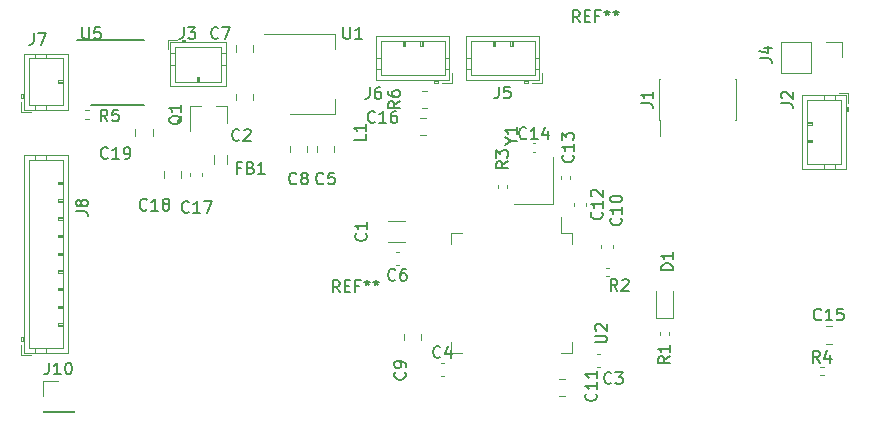
<source format=gbr>
G04 #@! TF.GenerationSoftware,KiCad,Pcbnew,(5.1.9)-1*
G04 #@! TF.CreationDate,2021-02-09T21:00:10+02:00*
G04 #@! TF.ProjectId,jantteri-main,6a616e74-7465-4726-992d-6d61696e2e6b,rev?*
G04 #@! TF.SameCoordinates,Original*
G04 #@! TF.FileFunction,Legend,Top*
G04 #@! TF.FilePolarity,Positive*
%FSLAX46Y46*%
G04 Gerber Fmt 4.6, Leading zero omitted, Abs format (unit mm)*
G04 Created by KiCad (PCBNEW (5.1.9)-1) date 2021-02-09 21:00:10*
%MOMM*%
%LPD*%
G01*
G04 APERTURE LIST*
%ADD10C,0.120000*%
%ADD11C,0.150000*%
G04 APERTURE END LIST*
D10*
X160619000Y-51835000D02*
X166629000Y-51835000D01*
X162869000Y-58655000D02*
X166629000Y-58655000D01*
X166629000Y-51835000D02*
X166629000Y-53095000D01*
X166629000Y-58655000D02*
X166629000Y-57395000D01*
X176500000Y-77947000D02*
X176500000Y-78897000D01*
X176500000Y-78897000D02*
X177450000Y-78897000D01*
X176500000Y-69627000D02*
X176500000Y-68677000D01*
X176500000Y-68677000D02*
X177450000Y-68677000D01*
X186720000Y-77947000D02*
X186720000Y-78897000D01*
X186720000Y-78897000D02*
X185770000Y-78897000D01*
X186720000Y-69627000D02*
X186720000Y-68677000D01*
X186720000Y-68677000D02*
X185770000Y-68677000D01*
X185770000Y-68677000D02*
X185770000Y-67337000D01*
X172591252Y-69490000D02*
X171168748Y-69490000D01*
X172591252Y-67670000D02*
X171168748Y-67670000D01*
X159739000Y-57477252D02*
X159739000Y-56954748D01*
X158269000Y-57477252D02*
X158269000Y-56954748D01*
X165127000Y-61333748D02*
X165127000Y-61856252D01*
X166597000Y-61333748D02*
X166597000Y-61856252D01*
X159739000Y-53347252D02*
X159739000Y-52824748D01*
X158269000Y-53347252D02*
X158269000Y-52824748D01*
X164311000Y-61333748D02*
X164311000Y-61856252D01*
X162841000Y-61333748D02*
X162841000Y-61856252D01*
X173963000Y-77274748D02*
X173963000Y-77797252D01*
X172493000Y-77274748D02*
X172493000Y-77797252D01*
X185600748Y-82523000D02*
X186123252Y-82523000D01*
X185600748Y-81053000D02*
X186123252Y-81053000D01*
X185822000Y-64115836D02*
X185822000Y-63900164D01*
X186542000Y-64115836D02*
X186542000Y-63900164D01*
X183407164Y-61828000D02*
X183622836Y-61828000D01*
X183407164Y-61108000D02*
X183622836Y-61108000D01*
X208206748Y-76608000D02*
X208729252Y-76608000D01*
X208206748Y-78078000D02*
X208729252Y-78078000D01*
X174378252Y-60425000D02*
X173855748Y-60425000D01*
X174378252Y-58955000D02*
X173855748Y-58955000D01*
X153643000Y-63492748D02*
X153643000Y-64015252D01*
X152173000Y-63492748D02*
X152173000Y-64015252D01*
X151230000Y-60459252D02*
X151230000Y-59936748D01*
X149760000Y-60459252D02*
X149760000Y-59936748D01*
X193829000Y-73622000D02*
X193829000Y-75907000D01*
X193829000Y-75907000D02*
X195299000Y-75907000D01*
X195299000Y-75907000D02*
X195299000Y-73622000D01*
X204410000Y-52518000D02*
X204410000Y-55178000D01*
X207010000Y-52518000D02*
X204410000Y-52518000D01*
X207010000Y-55178000D02*
X204410000Y-55178000D01*
X207010000Y-52518000D02*
X207010000Y-55178000D01*
X208280000Y-52518000D02*
X209610000Y-52518000D01*
X209610000Y-52518000D02*
X209610000Y-53848000D01*
X141926000Y-83880000D02*
X144586000Y-83880000D01*
X141926000Y-83820000D02*
X141926000Y-83880000D01*
X144586000Y-83820000D02*
X144586000Y-83880000D01*
X141926000Y-83820000D02*
X144586000Y-83820000D01*
X141926000Y-82550000D02*
X141926000Y-81220000D01*
X141926000Y-81220000D02*
X143256000Y-81220000D01*
X194184000Y-77369641D02*
X194184000Y-77062359D01*
X194944000Y-77369641D02*
X194944000Y-77062359D01*
X207745359Y-80771000D02*
X208052641Y-80771000D01*
X207745359Y-80011000D02*
X208052641Y-80011000D01*
X145515359Y-58294000D02*
X145822641Y-58294000D01*
X145515359Y-59054000D02*
X145822641Y-59054000D01*
X174471064Y-58139000D02*
X174016936Y-58139000D01*
X174471064Y-56669000D02*
X174016936Y-56669000D01*
D11*
X145986000Y-57909500D02*
X150486000Y-57909500D01*
X144861000Y-52359500D02*
X150486000Y-52359500D01*
D10*
X181865000Y-66262000D02*
X185165000Y-66262000D01*
X185165000Y-66262000D02*
X185165000Y-62262000D01*
X188835420Y-78992000D02*
X189116580Y-78992000D01*
X188835420Y-80012000D02*
X189116580Y-80012000D01*
X175627420Y-80774000D02*
X175908580Y-80774000D01*
X175627420Y-79754000D02*
X175908580Y-79754000D01*
X172098580Y-71376000D02*
X171817420Y-71376000D01*
X172098580Y-70356000D02*
X171817420Y-70356000D01*
X189228000Y-69709420D02*
X189228000Y-69990580D01*
X190248000Y-69709420D02*
X190248000Y-69990580D01*
X187962000Y-66153420D02*
X187962000Y-66434580D01*
X186942000Y-66153420D02*
X186942000Y-66434580D01*
X154430000Y-63613420D02*
X154430000Y-63894580D01*
X155450000Y-63613420D02*
X155450000Y-63894580D01*
X189584359Y-72389000D02*
X189891641Y-72389000D01*
X189584359Y-71629000D02*
X189891641Y-71629000D01*
X180468000Y-64923641D02*
X180468000Y-64616359D01*
X181228000Y-64923641D02*
X181228000Y-64616359D01*
X194123000Y-59169000D02*
X194123000Y-55639000D01*
X200593000Y-59169000D02*
X200593000Y-55639000D01*
X194188000Y-60494000D02*
X194188000Y-59169000D01*
X194123000Y-59169000D02*
X194188000Y-59169000D01*
X194123000Y-55639000D02*
X194188000Y-55639000D01*
X200528000Y-59169000D02*
X200593000Y-59169000D01*
X200528000Y-55639000D02*
X200593000Y-55639000D01*
X210144000Y-56864000D02*
X209344000Y-56864000D01*
X210144000Y-57664000D02*
X210144000Y-56864000D01*
X206624000Y-60924000D02*
X207024000Y-60924000D01*
X207024000Y-61024000D02*
X206624000Y-61024000D01*
X207024000Y-60824000D02*
X207024000Y-61024000D01*
X206624000Y-60824000D02*
X207024000Y-60824000D01*
X206624000Y-59424000D02*
X207024000Y-59424000D01*
X207024000Y-59524000D02*
X206624000Y-59524000D01*
X207024000Y-59324000D02*
X207024000Y-59524000D01*
X206624000Y-59324000D02*
X207024000Y-59324000D01*
X208034000Y-63284000D02*
X208034000Y-62884000D01*
X209034000Y-63284000D02*
X209034000Y-62884000D01*
X208034000Y-57064000D02*
X208034000Y-57464000D01*
X209034000Y-57064000D02*
X209034000Y-57464000D01*
X209544000Y-62884000D02*
X209544000Y-57464000D01*
X206624000Y-62884000D02*
X209544000Y-62884000D01*
X206624000Y-57464000D02*
X206624000Y-62884000D01*
X209544000Y-57464000D02*
X206624000Y-57464000D01*
X210044000Y-58374000D02*
X210044000Y-58074000D01*
X210144000Y-58074000D02*
X209944000Y-58074000D01*
X210144000Y-58374000D02*
X210144000Y-58074000D01*
X209944000Y-58374000D02*
X210144000Y-58374000D01*
X209944000Y-63284000D02*
X209944000Y-57064000D01*
X206224000Y-63284000D02*
X209944000Y-63284000D01*
X206224000Y-57064000D02*
X206224000Y-63284000D01*
X209944000Y-57064000D02*
X206224000Y-57064000D01*
X152495000Y-52365000D02*
X152495000Y-53165000D01*
X153295000Y-52365000D02*
X152495000Y-52365000D01*
X155055000Y-55885000D02*
X155055000Y-55485000D01*
X155155000Y-55485000D02*
X155155000Y-55885000D01*
X154955000Y-55485000D02*
X155155000Y-55485000D01*
X154955000Y-55885000D02*
X154955000Y-55485000D01*
X157415000Y-54475000D02*
X157015000Y-54475000D01*
X157415000Y-53475000D02*
X157015000Y-53475000D01*
X152695000Y-54475000D02*
X153095000Y-54475000D01*
X152695000Y-53475000D02*
X153095000Y-53475000D01*
X157015000Y-52965000D02*
X153095000Y-52965000D01*
X157015000Y-55885000D02*
X157015000Y-52965000D01*
X153095000Y-55885000D02*
X157015000Y-55885000D01*
X153095000Y-52965000D02*
X153095000Y-55885000D01*
X154005000Y-52465000D02*
X153705000Y-52465000D01*
X153705000Y-52365000D02*
X153705000Y-52565000D01*
X154005000Y-52365000D02*
X153705000Y-52365000D01*
X154005000Y-52565000D02*
X154005000Y-52365000D01*
X157415000Y-52565000D02*
X152695000Y-52565000D01*
X157415000Y-56285000D02*
X157415000Y-52565000D01*
X152695000Y-56285000D02*
X157415000Y-56285000D01*
X152695000Y-52565000D02*
X152695000Y-56285000D01*
X183982000Y-55766000D02*
X183982000Y-52046000D01*
X183982000Y-52046000D02*
X177762000Y-52046000D01*
X177762000Y-52046000D02*
X177762000Y-55766000D01*
X177762000Y-55766000D02*
X183982000Y-55766000D01*
X182672000Y-55766000D02*
X182672000Y-55966000D01*
X182672000Y-55966000D02*
X182972000Y-55966000D01*
X182972000Y-55966000D02*
X182972000Y-55766000D01*
X182672000Y-55866000D02*
X182972000Y-55866000D01*
X183582000Y-55366000D02*
X183582000Y-52446000D01*
X183582000Y-52446000D02*
X178162000Y-52446000D01*
X178162000Y-52446000D02*
X178162000Y-55366000D01*
X178162000Y-55366000D02*
X183582000Y-55366000D01*
X183982000Y-54856000D02*
X183582000Y-54856000D01*
X183982000Y-53856000D02*
X183582000Y-53856000D01*
X177762000Y-54856000D02*
X178162000Y-54856000D01*
X177762000Y-53856000D02*
X178162000Y-53856000D01*
X181722000Y-52446000D02*
X181722000Y-52846000D01*
X181722000Y-52846000D02*
X181522000Y-52846000D01*
X181522000Y-52846000D02*
X181522000Y-52446000D01*
X181622000Y-52446000D02*
X181622000Y-52846000D01*
X180222000Y-52446000D02*
X180222000Y-52846000D01*
X180222000Y-52846000D02*
X180022000Y-52846000D01*
X180022000Y-52846000D02*
X180022000Y-52446000D01*
X180122000Y-52446000D02*
X180122000Y-52846000D01*
X183382000Y-55966000D02*
X184182000Y-55966000D01*
X184182000Y-55966000D02*
X184182000Y-55166000D01*
X176362000Y-55766000D02*
X176362000Y-52046000D01*
X176362000Y-52046000D02*
X170142000Y-52046000D01*
X170142000Y-52046000D02*
X170142000Y-55766000D01*
X170142000Y-55766000D02*
X176362000Y-55766000D01*
X175052000Y-55766000D02*
X175052000Y-55966000D01*
X175052000Y-55966000D02*
X175352000Y-55966000D01*
X175352000Y-55966000D02*
X175352000Y-55766000D01*
X175052000Y-55866000D02*
X175352000Y-55866000D01*
X175962000Y-55366000D02*
X175962000Y-52446000D01*
X175962000Y-52446000D02*
X170542000Y-52446000D01*
X170542000Y-52446000D02*
X170542000Y-55366000D01*
X170542000Y-55366000D02*
X175962000Y-55366000D01*
X176362000Y-54856000D02*
X175962000Y-54856000D01*
X176362000Y-53856000D02*
X175962000Y-53856000D01*
X170142000Y-54856000D02*
X170542000Y-54856000D01*
X170142000Y-53856000D02*
X170542000Y-53856000D01*
X174102000Y-52446000D02*
X174102000Y-52846000D01*
X174102000Y-52846000D02*
X173902000Y-52846000D01*
X173902000Y-52846000D02*
X173902000Y-52446000D01*
X174002000Y-52446000D02*
X174002000Y-52846000D01*
X172602000Y-52446000D02*
X172602000Y-52846000D01*
X172602000Y-52846000D02*
X172402000Y-52846000D01*
X172402000Y-52846000D02*
X172402000Y-52446000D01*
X172502000Y-52446000D02*
X172502000Y-52846000D01*
X175762000Y-55966000D02*
X176562000Y-55966000D01*
X176562000Y-55966000D02*
X176562000Y-55166000D01*
X140322000Y-58252000D02*
X144042000Y-58252000D01*
X144042000Y-58252000D02*
X144042000Y-53532000D01*
X144042000Y-53532000D02*
X140322000Y-53532000D01*
X140322000Y-53532000D02*
X140322000Y-58252000D01*
X140322000Y-56942000D02*
X140122000Y-56942000D01*
X140122000Y-56942000D02*
X140122000Y-57242000D01*
X140122000Y-57242000D02*
X140322000Y-57242000D01*
X140222000Y-56942000D02*
X140222000Y-57242000D01*
X140722000Y-57852000D02*
X143642000Y-57852000D01*
X143642000Y-57852000D02*
X143642000Y-53932000D01*
X143642000Y-53932000D02*
X140722000Y-53932000D01*
X140722000Y-53932000D02*
X140722000Y-57852000D01*
X141232000Y-58252000D02*
X141232000Y-57852000D01*
X142232000Y-58252000D02*
X142232000Y-57852000D01*
X141232000Y-53532000D02*
X141232000Y-53932000D01*
X142232000Y-53532000D02*
X142232000Y-53932000D01*
X143642000Y-55992000D02*
X143242000Y-55992000D01*
X143242000Y-55992000D02*
X143242000Y-55792000D01*
X143242000Y-55792000D02*
X143642000Y-55792000D01*
X143642000Y-55892000D02*
X143242000Y-55892000D01*
X140122000Y-57652000D02*
X140122000Y-58452000D01*
X140122000Y-58452000D02*
X140922000Y-58452000D01*
X140322000Y-78826000D02*
X144042000Y-78826000D01*
X144042000Y-78826000D02*
X144042000Y-62106000D01*
X144042000Y-62106000D02*
X140322000Y-62106000D01*
X140322000Y-62106000D02*
X140322000Y-78826000D01*
X140322000Y-77516000D02*
X140122000Y-77516000D01*
X140122000Y-77516000D02*
X140122000Y-77816000D01*
X140122000Y-77816000D02*
X140322000Y-77816000D01*
X140222000Y-77516000D02*
X140222000Y-77816000D01*
X140722000Y-78426000D02*
X143642000Y-78426000D01*
X143642000Y-78426000D02*
X143642000Y-62506000D01*
X143642000Y-62506000D02*
X140722000Y-62506000D01*
X140722000Y-62506000D02*
X140722000Y-78426000D01*
X141232000Y-78826000D02*
X141232000Y-78426000D01*
X142232000Y-78826000D02*
X142232000Y-78426000D01*
X141232000Y-62106000D02*
X141232000Y-62506000D01*
X142232000Y-62106000D02*
X142232000Y-62506000D01*
X143642000Y-76566000D02*
X143242000Y-76566000D01*
X143242000Y-76566000D02*
X143242000Y-76366000D01*
X143242000Y-76366000D02*
X143642000Y-76366000D01*
X143642000Y-76466000D02*
X143242000Y-76466000D01*
X143642000Y-75066000D02*
X143242000Y-75066000D01*
X143242000Y-75066000D02*
X143242000Y-74866000D01*
X143242000Y-74866000D02*
X143642000Y-74866000D01*
X143642000Y-74966000D02*
X143242000Y-74966000D01*
X143642000Y-73566000D02*
X143242000Y-73566000D01*
X143242000Y-73566000D02*
X143242000Y-73366000D01*
X143242000Y-73366000D02*
X143642000Y-73366000D01*
X143642000Y-73466000D02*
X143242000Y-73466000D01*
X143642000Y-72066000D02*
X143242000Y-72066000D01*
X143242000Y-72066000D02*
X143242000Y-71866000D01*
X143242000Y-71866000D02*
X143642000Y-71866000D01*
X143642000Y-71966000D02*
X143242000Y-71966000D01*
X143642000Y-70566000D02*
X143242000Y-70566000D01*
X143242000Y-70566000D02*
X143242000Y-70366000D01*
X143242000Y-70366000D02*
X143642000Y-70366000D01*
X143642000Y-70466000D02*
X143242000Y-70466000D01*
X143642000Y-69066000D02*
X143242000Y-69066000D01*
X143242000Y-69066000D02*
X143242000Y-68866000D01*
X143242000Y-68866000D02*
X143642000Y-68866000D01*
X143642000Y-68966000D02*
X143242000Y-68966000D01*
X143642000Y-67566000D02*
X143242000Y-67566000D01*
X143242000Y-67566000D02*
X143242000Y-67366000D01*
X143242000Y-67366000D02*
X143642000Y-67366000D01*
X143642000Y-67466000D02*
X143242000Y-67466000D01*
X143642000Y-66066000D02*
X143242000Y-66066000D01*
X143242000Y-66066000D02*
X143242000Y-65866000D01*
X143242000Y-65866000D02*
X143642000Y-65866000D01*
X143642000Y-65966000D02*
X143242000Y-65966000D01*
X143642000Y-64566000D02*
X143242000Y-64566000D01*
X143242000Y-64566000D02*
X143242000Y-64366000D01*
X143242000Y-64366000D02*
X143642000Y-64366000D01*
X143642000Y-64466000D02*
X143242000Y-64466000D01*
X140122000Y-78226000D02*
X140122000Y-79026000D01*
X140122000Y-79026000D02*
X140922000Y-79026000D01*
X157532000Y-62883622D02*
X157532000Y-62084378D01*
X156412000Y-62883622D02*
X156412000Y-62084378D01*
X157536000Y-57914000D02*
X157536000Y-59374000D01*
X154376000Y-57914000D02*
X154376000Y-60074000D01*
X154376000Y-57914000D02*
X155306000Y-57914000D01*
X157536000Y-57914000D02*
X156606000Y-57914000D01*
D11*
X167068666Y-73722380D02*
X166735333Y-73246190D01*
X166497238Y-73722380D02*
X166497238Y-72722380D01*
X166878190Y-72722380D01*
X166973428Y-72770000D01*
X167021047Y-72817619D01*
X167068666Y-72912857D01*
X167068666Y-73055714D01*
X167021047Y-73150952D01*
X166973428Y-73198571D01*
X166878190Y-73246190D01*
X166497238Y-73246190D01*
X167497238Y-73198571D02*
X167830571Y-73198571D01*
X167973428Y-73722380D02*
X167497238Y-73722380D01*
X167497238Y-72722380D01*
X167973428Y-72722380D01*
X168735333Y-73198571D02*
X168402000Y-73198571D01*
X168402000Y-73722380D02*
X168402000Y-72722380D01*
X168878190Y-72722380D01*
X169402000Y-72722380D02*
X169402000Y-72960476D01*
X169163904Y-72865238D02*
X169402000Y-72960476D01*
X169640095Y-72865238D01*
X169259142Y-73150952D02*
X169402000Y-72960476D01*
X169544857Y-73150952D01*
X170163904Y-72722380D02*
X170163904Y-72960476D01*
X169925809Y-72865238D02*
X170163904Y-72960476D01*
X170402000Y-72865238D01*
X170021047Y-73150952D02*
X170163904Y-72960476D01*
X170306761Y-73150952D01*
X187388666Y-50862380D02*
X187055333Y-50386190D01*
X186817238Y-50862380D02*
X186817238Y-49862380D01*
X187198190Y-49862380D01*
X187293428Y-49910000D01*
X187341047Y-49957619D01*
X187388666Y-50052857D01*
X187388666Y-50195714D01*
X187341047Y-50290952D01*
X187293428Y-50338571D01*
X187198190Y-50386190D01*
X186817238Y-50386190D01*
X187817238Y-50338571D02*
X188150571Y-50338571D01*
X188293428Y-50862380D02*
X187817238Y-50862380D01*
X187817238Y-49862380D01*
X188293428Y-49862380D01*
X189055333Y-50338571D02*
X188722000Y-50338571D01*
X188722000Y-50862380D02*
X188722000Y-49862380D01*
X189198190Y-49862380D01*
X189722000Y-49862380D02*
X189722000Y-50100476D01*
X189483904Y-50005238D02*
X189722000Y-50100476D01*
X189960095Y-50005238D01*
X189579142Y-50290952D02*
X189722000Y-50100476D01*
X189864857Y-50290952D01*
X190483904Y-49862380D02*
X190483904Y-50100476D01*
X190245809Y-50005238D02*
X190483904Y-50100476D01*
X190722000Y-50005238D01*
X190341047Y-50290952D02*
X190483904Y-50100476D01*
X190626761Y-50290952D01*
X167386095Y-51268380D02*
X167386095Y-52077904D01*
X167433714Y-52173142D01*
X167481333Y-52220761D01*
X167576571Y-52268380D01*
X167767047Y-52268380D01*
X167862285Y-52220761D01*
X167909904Y-52173142D01*
X167957523Y-52077904D01*
X167957523Y-51268380D01*
X168957523Y-52268380D02*
X168386095Y-52268380D01*
X168671809Y-52268380D02*
X168671809Y-51268380D01*
X168576571Y-51411238D01*
X168481333Y-51506476D01*
X168386095Y-51554095D01*
X188682380Y-77977904D02*
X189491904Y-77977904D01*
X189587142Y-77930285D01*
X189634761Y-77882666D01*
X189682380Y-77787428D01*
X189682380Y-77596952D01*
X189634761Y-77501714D01*
X189587142Y-77454095D01*
X189491904Y-77406476D01*
X188682380Y-77406476D01*
X188777619Y-76977904D02*
X188730000Y-76930285D01*
X188682380Y-76835047D01*
X188682380Y-76596952D01*
X188730000Y-76501714D01*
X188777619Y-76454095D01*
X188872857Y-76406476D01*
X188968095Y-76406476D01*
X189110952Y-76454095D01*
X189682380Y-77025523D01*
X189682380Y-76406476D01*
X169267142Y-68746666D02*
X169314761Y-68794285D01*
X169362380Y-68937142D01*
X169362380Y-69032380D01*
X169314761Y-69175238D01*
X169219523Y-69270476D01*
X169124285Y-69318095D01*
X168933809Y-69365714D01*
X168790952Y-69365714D01*
X168600476Y-69318095D01*
X168505238Y-69270476D01*
X168410000Y-69175238D01*
X168362380Y-69032380D01*
X168362380Y-68937142D01*
X168410000Y-68794285D01*
X168457619Y-68746666D01*
X169362380Y-67794285D02*
X169362380Y-68365714D01*
X169362380Y-68080000D02*
X168362380Y-68080000D01*
X168505238Y-68175238D01*
X168600476Y-68270476D01*
X168648095Y-68365714D01*
X158583333Y-60809142D02*
X158535714Y-60856761D01*
X158392857Y-60904380D01*
X158297619Y-60904380D01*
X158154761Y-60856761D01*
X158059523Y-60761523D01*
X158011904Y-60666285D01*
X157964285Y-60475809D01*
X157964285Y-60332952D01*
X158011904Y-60142476D01*
X158059523Y-60047238D01*
X158154761Y-59952000D01*
X158297619Y-59904380D01*
X158392857Y-59904380D01*
X158535714Y-59952000D01*
X158583333Y-59999619D01*
X158964285Y-59999619D02*
X159011904Y-59952000D01*
X159107142Y-59904380D01*
X159345238Y-59904380D01*
X159440476Y-59952000D01*
X159488095Y-59999619D01*
X159535714Y-60094857D01*
X159535714Y-60190095D01*
X159488095Y-60332952D01*
X158916666Y-60904380D01*
X159535714Y-60904380D01*
X165695333Y-64492142D02*
X165647714Y-64539761D01*
X165504857Y-64587380D01*
X165409619Y-64587380D01*
X165266761Y-64539761D01*
X165171523Y-64444523D01*
X165123904Y-64349285D01*
X165076285Y-64158809D01*
X165076285Y-64015952D01*
X165123904Y-63825476D01*
X165171523Y-63730238D01*
X165266761Y-63635000D01*
X165409619Y-63587380D01*
X165504857Y-63587380D01*
X165647714Y-63635000D01*
X165695333Y-63682619D01*
X166600095Y-63587380D02*
X166123904Y-63587380D01*
X166076285Y-64063571D01*
X166123904Y-64015952D01*
X166219142Y-63968333D01*
X166457238Y-63968333D01*
X166552476Y-64015952D01*
X166600095Y-64063571D01*
X166647714Y-64158809D01*
X166647714Y-64396904D01*
X166600095Y-64492142D01*
X166552476Y-64539761D01*
X166457238Y-64587380D01*
X166219142Y-64587380D01*
X166123904Y-64539761D01*
X166076285Y-64492142D01*
X156805333Y-52173142D02*
X156757714Y-52220761D01*
X156614857Y-52268380D01*
X156519619Y-52268380D01*
X156376761Y-52220761D01*
X156281523Y-52125523D01*
X156233904Y-52030285D01*
X156186285Y-51839809D01*
X156186285Y-51696952D01*
X156233904Y-51506476D01*
X156281523Y-51411238D01*
X156376761Y-51316000D01*
X156519619Y-51268380D01*
X156614857Y-51268380D01*
X156757714Y-51316000D01*
X156805333Y-51363619D01*
X157138666Y-51268380D02*
X157805333Y-51268380D01*
X157376761Y-52268380D01*
X163409333Y-64492142D02*
X163361714Y-64539761D01*
X163218857Y-64587380D01*
X163123619Y-64587380D01*
X162980761Y-64539761D01*
X162885523Y-64444523D01*
X162837904Y-64349285D01*
X162790285Y-64158809D01*
X162790285Y-64015952D01*
X162837904Y-63825476D01*
X162885523Y-63730238D01*
X162980761Y-63635000D01*
X163123619Y-63587380D01*
X163218857Y-63587380D01*
X163361714Y-63635000D01*
X163409333Y-63682619D01*
X163980761Y-64015952D02*
X163885523Y-63968333D01*
X163837904Y-63920714D01*
X163790285Y-63825476D01*
X163790285Y-63777857D01*
X163837904Y-63682619D01*
X163885523Y-63635000D01*
X163980761Y-63587380D01*
X164171238Y-63587380D01*
X164266476Y-63635000D01*
X164314095Y-63682619D01*
X164361714Y-63777857D01*
X164361714Y-63825476D01*
X164314095Y-63920714D01*
X164266476Y-63968333D01*
X164171238Y-64015952D01*
X163980761Y-64015952D01*
X163885523Y-64063571D01*
X163837904Y-64111190D01*
X163790285Y-64206428D01*
X163790285Y-64396904D01*
X163837904Y-64492142D01*
X163885523Y-64539761D01*
X163980761Y-64587380D01*
X164171238Y-64587380D01*
X164266476Y-64539761D01*
X164314095Y-64492142D01*
X164361714Y-64396904D01*
X164361714Y-64206428D01*
X164314095Y-64111190D01*
X164266476Y-64063571D01*
X164171238Y-64015952D01*
X172569142Y-80496666D02*
X172616761Y-80544285D01*
X172664380Y-80687142D01*
X172664380Y-80782380D01*
X172616761Y-80925238D01*
X172521523Y-81020476D01*
X172426285Y-81068095D01*
X172235809Y-81115714D01*
X172092952Y-81115714D01*
X171902476Y-81068095D01*
X171807238Y-81020476D01*
X171712000Y-80925238D01*
X171664380Y-80782380D01*
X171664380Y-80687142D01*
X171712000Y-80544285D01*
X171759619Y-80496666D01*
X172664380Y-80020476D02*
X172664380Y-79830000D01*
X172616761Y-79734761D01*
X172569142Y-79687142D01*
X172426285Y-79591904D01*
X172235809Y-79544285D01*
X171854857Y-79544285D01*
X171759619Y-79591904D01*
X171712000Y-79639523D01*
X171664380Y-79734761D01*
X171664380Y-79925238D01*
X171712000Y-80020476D01*
X171759619Y-80068095D01*
X171854857Y-80115714D01*
X172092952Y-80115714D01*
X172188190Y-80068095D01*
X172235809Y-80020476D01*
X172283428Y-79925238D01*
X172283428Y-79734761D01*
X172235809Y-79639523D01*
X172188190Y-79591904D01*
X172092952Y-79544285D01*
X188759142Y-82303857D02*
X188806761Y-82351476D01*
X188854380Y-82494333D01*
X188854380Y-82589571D01*
X188806761Y-82732428D01*
X188711523Y-82827666D01*
X188616285Y-82875285D01*
X188425809Y-82922904D01*
X188282952Y-82922904D01*
X188092476Y-82875285D01*
X187997238Y-82827666D01*
X187902000Y-82732428D01*
X187854380Y-82589571D01*
X187854380Y-82494333D01*
X187902000Y-82351476D01*
X187949619Y-82303857D01*
X188854380Y-81351476D02*
X188854380Y-81922904D01*
X188854380Y-81637190D02*
X187854380Y-81637190D01*
X187997238Y-81732428D01*
X188092476Y-81827666D01*
X188140095Y-81922904D01*
X188854380Y-80399095D02*
X188854380Y-80970523D01*
X188854380Y-80684809D02*
X187854380Y-80684809D01*
X187997238Y-80780047D01*
X188092476Y-80875285D01*
X188140095Y-80970523D01*
X186793142Y-62110857D02*
X186840761Y-62158476D01*
X186888380Y-62301333D01*
X186888380Y-62396571D01*
X186840761Y-62539428D01*
X186745523Y-62634666D01*
X186650285Y-62682285D01*
X186459809Y-62729904D01*
X186316952Y-62729904D01*
X186126476Y-62682285D01*
X186031238Y-62634666D01*
X185936000Y-62539428D01*
X185888380Y-62396571D01*
X185888380Y-62301333D01*
X185936000Y-62158476D01*
X185983619Y-62110857D01*
X186888380Y-61158476D02*
X186888380Y-61729904D01*
X186888380Y-61444190D02*
X185888380Y-61444190D01*
X186031238Y-61539428D01*
X186126476Y-61634666D01*
X186174095Y-61729904D01*
X185888380Y-60825142D02*
X185888380Y-60206095D01*
X186269333Y-60539428D01*
X186269333Y-60396571D01*
X186316952Y-60301333D01*
X186364571Y-60253714D01*
X186459809Y-60206095D01*
X186697904Y-60206095D01*
X186793142Y-60253714D01*
X186840761Y-60301333D01*
X186888380Y-60396571D01*
X186888380Y-60682285D01*
X186840761Y-60777523D01*
X186793142Y-60825142D01*
X182872142Y-60665142D02*
X182824523Y-60712761D01*
X182681666Y-60760380D01*
X182586428Y-60760380D01*
X182443571Y-60712761D01*
X182348333Y-60617523D01*
X182300714Y-60522285D01*
X182253095Y-60331809D01*
X182253095Y-60188952D01*
X182300714Y-59998476D01*
X182348333Y-59903238D01*
X182443571Y-59808000D01*
X182586428Y-59760380D01*
X182681666Y-59760380D01*
X182824523Y-59808000D01*
X182872142Y-59855619D01*
X183824523Y-60760380D02*
X183253095Y-60760380D01*
X183538809Y-60760380D02*
X183538809Y-59760380D01*
X183443571Y-59903238D01*
X183348333Y-59998476D01*
X183253095Y-60046095D01*
X184681666Y-60093714D02*
X184681666Y-60760380D01*
X184443571Y-59712761D02*
X184205476Y-60427047D01*
X184824523Y-60427047D01*
X207825142Y-76020142D02*
X207777523Y-76067761D01*
X207634666Y-76115380D01*
X207539428Y-76115380D01*
X207396571Y-76067761D01*
X207301333Y-75972523D01*
X207253714Y-75877285D01*
X207206095Y-75686809D01*
X207206095Y-75543952D01*
X207253714Y-75353476D01*
X207301333Y-75258238D01*
X207396571Y-75163000D01*
X207539428Y-75115380D01*
X207634666Y-75115380D01*
X207777523Y-75163000D01*
X207825142Y-75210619D01*
X208777523Y-76115380D02*
X208206095Y-76115380D01*
X208491809Y-76115380D02*
X208491809Y-75115380D01*
X208396571Y-75258238D01*
X208301333Y-75353476D01*
X208206095Y-75401095D01*
X209682285Y-75115380D02*
X209206095Y-75115380D01*
X209158476Y-75591571D01*
X209206095Y-75543952D01*
X209301333Y-75496333D01*
X209539428Y-75496333D01*
X209634666Y-75543952D01*
X209682285Y-75591571D01*
X209729904Y-75686809D01*
X209729904Y-75924904D01*
X209682285Y-76020142D01*
X209634666Y-76067761D01*
X209539428Y-76115380D01*
X209301333Y-76115380D01*
X209206095Y-76067761D01*
X209158476Y-76020142D01*
X170045142Y-59285142D02*
X169997523Y-59332761D01*
X169854666Y-59380380D01*
X169759428Y-59380380D01*
X169616571Y-59332761D01*
X169521333Y-59237523D01*
X169473714Y-59142285D01*
X169426095Y-58951809D01*
X169426095Y-58808952D01*
X169473714Y-58618476D01*
X169521333Y-58523238D01*
X169616571Y-58428000D01*
X169759428Y-58380380D01*
X169854666Y-58380380D01*
X169997523Y-58428000D01*
X170045142Y-58475619D01*
X170997523Y-59380380D02*
X170426095Y-59380380D01*
X170711809Y-59380380D02*
X170711809Y-58380380D01*
X170616571Y-58523238D01*
X170521333Y-58618476D01*
X170426095Y-58666095D01*
X171854666Y-58380380D02*
X171664190Y-58380380D01*
X171568952Y-58428000D01*
X171521333Y-58475619D01*
X171426095Y-58618476D01*
X171378476Y-58808952D01*
X171378476Y-59189904D01*
X171426095Y-59285142D01*
X171473714Y-59332761D01*
X171568952Y-59380380D01*
X171759428Y-59380380D01*
X171854666Y-59332761D01*
X171902285Y-59285142D01*
X171949904Y-59189904D01*
X171949904Y-58951809D01*
X171902285Y-58856571D01*
X171854666Y-58808952D01*
X171759428Y-58761333D01*
X171568952Y-58761333D01*
X171473714Y-58808952D01*
X171426095Y-58856571D01*
X171378476Y-58951809D01*
X150741142Y-66717142D02*
X150693523Y-66764761D01*
X150550666Y-66812380D01*
X150455428Y-66812380D01*
X150312571Y-66764761D01*
X150217333Y-66669523D01*
X150169714Y-66574285D01*
X150122095Y-66383809D01*
X150122095Y-66240952D01*
X150169714Y-66050476D01*
X150217333Y-65955238D01*
X150312571Y-65860000D01*
X150455428Y-65812380D01*
X150550666Y-65812380D01*
X150693523Y-65860000D01*
X150741142Y-65907619D01*
X151693523Y-66812380D02*
X151122095Y-66812380D01*
X151407809Y-66812380D02*
X151407809Y-65812380D01*
X151312571Y-65955238D01*
X151217333Y-66050476D01*
X151122095Y-66098095D01*
X152264952Y-66240952D02*
X152169714Y-66193333D01*
X152122095Y-66145714D01*
X152074476Y-66050476D01*
X152074476Y-66002857D01*
X152122095Y-65907619D01*
X152169714Y-65860000D01*
X152264952Y-65812380D01*
X152455428Y-65812380D01*
X152550666Y-65860000D01*
X152598285Y-65907619D01*
X152645904Y-66002857D01*
X152645904Y-66050476D01*
X152598285Y-66145714D01*
X152550666Y-66193333D01*
X152455428Y-66240952D01*
X152264952Y-66240952D01*
X152169714Y-66288571D01*
X152122095Y-66336190D01*
X152074476Y-66431428D01*
X152074476Y-66621904D01*
X152122095Y-66717142D01*
X152169714Y-66764761D01*
X152264952Y-66812380D01*
X152455428Y-66812380D01*
X152550666Y-66764761D01*
X152598285Y-66717142D01*
X152645904Y-66621904D01*
X152645904Y-66431428D01*
X152598285Y-66336190D01*
X152550666Y-66288571D01*
X152455428Y-66240952D01*
X147439142Y-62333142D02*
X147391523Y-62380761D01*
X147248666Y-62428380D01*
X147153428Y-62428380D01*
X147010571Y-62380761D01*
X146915333Y-62285523D01*
X146867714Y-62190285D01*
X146820095Y-61999809D01*
X146820095Y-61856952D01*
X146867714Y-61666476D01*
X146915333Y-61571238D01*
X147010571Y-61476000D01*
X147153428Y-61428380D01*
X147248666Y-61428380D01*
X147391523Y-61476000D01*
X147439142Y-61523619D01*
X148391523Y-62428380D02*
X147820095Y-62428380D01*
X148105809Y-62428380D02*
X148105809Y-61428380D01*
X148010571Y-61571238D01*
X147915333Y-61666476D01*
X147820095Y-61714095D01*
X148867714Y-62428380D02*
X149058190Y-62428380D01*
X149153428Y-62380761D01*
X149201047Y-62333142D01*
X149296285Y-62190285D01*
X149343904Y-61999809D01*
X149343904Y-61618857D01*
X149296285Y-61523619D01*
X149248666Y-61476000D01*
X149153428Y-61428380D01*
X148962952Y-61428380D01*
X148867714Y-61476000D01*
X148820095Y-61523619D01*
X148772476Y-61618857D01*
X148772476Y-61856952D01*
X148820095Y-61952190D01*
X148867714Y-61999809D01*
X148962952Y-62047428D01*
X149153428Y-62047428D01*
X149248666Y-61999809D01*
X149296285Y-61952190D01*
X149343904Y-61856952D01*
X195270380Y-71858095D02*
X194270380Y-71858095D01*
X194270380Y-71620000D01*
X194318000Y-71477142D01*
X194413238Y-71381904D01*
X194508476Y-71334285D01*
X194698952Y-71286666D01*
X194841809Y-71286666D01*
X195032285Y-71334285D01*
X195127523Y-71381904D01*
X195222761Y-71477142D01*
X195270380Y-71620000D01*
X195270380Y-71858095D01*
X195270380Y-70334285D02*
X195270380Y-70905714D01*
X195270380Y-70620000D02*
X194270380Y-70620000D01*
X194413238Y-70715238D01*
X194508476Y-70810476D01*
X194556095Y-70905714D01*
X202652380Y-53927333D02*
X203366666Y-53927333D01*
X203509523Y-53974952D01*
X203604761Y-54070190D01*
X203652380Y-54213047D01*
X203652380Y-54308285D01*
X202985714Y-53022571D02*
X203652380Y-53022571D01*
X202604761Y-53260666D02*
X203319047Y-53498761D01*
X203319047Y-52879714D01*
X142446476Y-79672380D02*
X142446476Y-80386666D01*
X142398857Y-80529523D01*
X142303619Y-80624761D01*
X142160761Y-80672380D01*
X142065523Y-80672380D01*
X143446476Y-80672380D02*
X142875047Y-80672380D01*
X143160761Y-80672380D02*
X143160761Y-79672380D01*
X143065523Y-79815238D01*
X142970285Y-79910476D01*
X142875047Y-79958095D01*
X144065523Y-79672380D02*
X144160761Y-79672380D01*
X144256000Y-79720000D01*
X144303619Y-79767619D01*
X144351238Y-79862857D01*
X144398857Y-80053333D01*
X144398857Y-80291428D01*
X144351238Y-80481904D01*
X144303619Y-80577142D01*
X144256000Y-80624761D01*
X144160761Y-80672380D01*
X144065523Y-80672380D01*
X143970285Y-80624761D01*
X143922666Y-80577142D01*
X143875047Y-80481904D01*
X143827428Y-80291428D01*
X143827428Y-80053333D01*
X143875047Y-79862857D01*
X143922666Y-79767619D01*
X143970285Y-79720000D01*
X144065523Y-79672380D01*
X195016380Y-79160666D02*
X194540190Y-79494000D01*
X195016380Y-79732095D02*
X194016380Y-79732095D01*
X194016380Y-79351142D01*
X194064000Y-79255904D01*
X194111619Y-79208285D01*
X194206857Y-79160666D01*
X194349714Y-79160666D01*
X194444952Y-79208285D01*
X194492571Y-79255904D01*
X194540190Y-79351142D01*
X194540190Y-79732095D01*
X195016380Y-78208285D02*
X195016380Y-78779714D01*
X195016380Y-78494000D02*
X194016380Y-78494000D01*
X194159238Y-78589238D01*
X194254476Y-78684476D01*
X194302095Y-78779714D01*
X207732333Y-79673380D02*
X207399000Y-79197190D01*
X207160904Y-79673380D02*
X207160904Y-78673380D01*
X207541857Y-78673380D01*
X207637095Y-78721000D01*
X207684714Y-78768619D01*
X207732333Y-78863857D01*
X207732333Y-79006714D01*
X207684714Y-79101952D01*
X207637095Y-79149571D01*
X207541857Y-79197190D01*
X207160904Y-79197190D01*
X208589476Y-79006714D02*
X208589476Y-79673380D01*
X208351380Y-78625761D02*
X208113285Y-79340047D01*
X208732333Y-79340047D01*
X147407333Y-59253380D02*
X147074000Y-58777190D01*
X146835904Y-59253380D02*
X146835904Y-58253380D01*
X147216857Y-58253380D01*
X147312095Y-58301000D01*
X147359714Y-58348619D01*
X147407333Y-58443857D01*
X147407333Y-58586714D01*
X147359714Y-58681952D01*
X147312095Y-58729571D01*
X147216857Y-58777190D01*
X146835904Y-58777190D01*
X148312095Y-58253380D02*
X147835904Y-58253380D01*
X147788285Y-58729571D01*
X147835904Y-58681952D01*
X147931142Y-58634333D01*
X148169238Y-58634333D01*
X148264476Y-58681952D01*
X148312095Y-58729571D01*
X148359714Y-58824809D01*
X148359714Y-59062904D01*
X148312095Y-59158142D01*
X148264476Y-59205761D01*
X148169238Y-59253380D01*
X147931142Y-59253380D01*
X147835904Y-59205761D01*
X147788285Y-59158142D01*
X172156380Y-57570666D02*
X171680190Y-57904000D01*
X172156380Y-58142095D02*
X171156380Y-58142095D01*
X171156380Y-57761142D01*
X171204000Y-57665904D01*
X171251619Y-57618285D01*
X171346857Y-57570666D01*
X171489714Y-57570666D01*
X171584952Y-57618285D01*
X171632571Y-57665904D01*
X171680190Y-57761142D01*
X171680190Y-58142095D01*
X171156380Y-56713523D02*
X171156380Y-56904000D01*
X171204000Y-56999238D01*
X171251619Y-57046857D01*
X171394476Y-57142095D01*
X171584952Y-57189714D01*
X171965904Y-57189714D01*
X172061142Y-57142095D01*
X172108761Y-57094476D01*
X172156380Y-56999238D01*
X172156380Y-56808761D01*
X172108761Y-56713523D01*
X172061142Y-56665904D01*
X171965904Y-56618285D01*
X171727809Y-56618285D01*
X171632571Y-56665904D01*
X171584952Y-56713523D01*
X171537333Y-56808761D01*
X171537333Y-56999238D01*
X171584952Y-57094476D01*
X171632571Y-57142095D01*
X171727809Y-57189714D01*
X145288095Y-51268380D02*
X145288095Y-52077904D01*
X145335714Y-52173142D01*
X145383333Y-52220761D01*
X145478571Y-52268380D01*
X145669047Y-52268380D01*
X145764285Y-52220761D01*
X145811904Y-52173142D01*
X145859523Y-52077904D01*
X145859523Y-51268380D01*
X146811904Y-51268380D02*
X146335714Y-51268380D01*
X146288095Y-51744571D01*
X146335714Y-51696952D01*
X146430952Y-51649333D01*
X146669047Y-51649333D01*
X146764285Y-51696952D01*
X146811904Y-51744571D01*
X146859523Y-51839809D01*
X146859523Y-52077904D01*
X146811904Y-52173142D01*
X146764285Y-52220761D01*
X146669047Y-52268380D01*
X146430952Y-52268380D01*
X146335714Y-52220761D01*
X146288095Y-52173142D01*
X181586190Y-60928190D02*
X182062380Y-60928190D01*
X181062380Y-61261523D02*
X181586190Y-60928190D01*
X181062380Y-60594857D01*
X182062380Y-59737714D02*
X182062380Y-60309142D01*
X182062380Y-60023428D02*
X181062380Y-60023428D01*
X181205238Y-60118666D01*
X181300476Y-60213904D01*
X181348095Y-60309142D01*
X190079333Y-81383142D02*
X190031714Y-81430761D01*
X189888857Y-81478380D01*
X189793619Y-81478380D01*
X189650761Y-81430761D01*
X189555523Y-81335523D01*
X189507904Y-81240285D01*
X189460285Y-81049809D01*
X189460285Y-80906952D01*
X189507904Y-80716476D01*
X189555523Y-80621238D01*
X189650761Y-80526000D01*
X189793619Y-80478380D01*
X189888857Y-80478380D01*
X190031714Y-80526000D01*
X190079333Y-80573619D01*
X190412666Y-80478380D02*
X191031714Y-80478380D01*
X190698380Y-80859333D01*
X190841238Y-80859333D01*
X190936476Y-80906952D01*
X190984095Y-80954571D01*
X191031714Y-81049809D01*
X191031714Y-81287904D01*
X190984095Y-81383142D01*
X190936476Y-81430761D01*
X190841238Y-81478380D01*
X190555523Y-81478380D01*
X190460285Y-81430761D01*
X190412666Y-81383142D01*
X175601333Y-79191142D02*
X175553714Y-79238761D01*
X175410857Y-79286380D01*
X175315619Y-79286380D01*
X175172761Y-79238761D01*
X175077523Y-79143523D01*
X175029904Y-79048285D01*
X174982285Y-78857809D01*
X174982285Y-78714952D01*
X175029904Y-78524476D01*
X175077523Y-78429238D01*
X175172761Y-78334000D01*
X175315619Y-78286380D01*
X175410857Y-78286380D01*
X175553714Y-78334000D01*
X175601333Y-78381619D01*
X176458476Y-78619714D02*
X176458476Y-79286380D01*
X176220380Y-78238761D02*
X175982285Y-78953047D01*
X176601333Y-78953047D01*
X171791333Y-72653142D02*
X171743714Y-72700761D01*
X171600857Y-72748380D01*
X171505619Y-72748380D01*
X171362761Y-72700761D01*
X171267523Y-72605523D01*
X171219904Y-72510285D01*
X171172285Y-72319809D01*
X171172285Y-72176952D01*
X171219904Y-71986476D01*
X171267523Y-71891238D01*
X171362761Y-71796000D01*
X171505619Y-71748380D01*
X171600857Y-71748380D01*
X171743714Y-71796000D01*
X171791333Y-71843619D01*
X172648476Y-71748380D02*
X172458000Y-71748380D01*
X172362761Y-71796000D01*
X172315142Y-71843619D01*
X172219904Y-71986476D01*
X172172285Y-72176952D01*
X172172285Y-72557904D01*
X172219904Y-72653142D01*
X172267523Y-72700761D01*
X172362761Y-72748380D01*
X172553238Y-72748380D01*
X172648476Y-72700761D01*
X172696095Y-72653142D01*
X172743714Y-72557904D01*
X172743714Y-72319809D01*
X172696095Y-72224571D01*
X172648476Y-72176952D01*
X172553238Y-72129333D01*
X172362761Y-72129333D01*
X172267523Y-72176952D01*
X172219904Y-72224571D01*
X172172285Y-72319809D01*
X190857142Y-67444857D02*
X190904761Y-67492476D01*
X190952380Y-67635333D01*
X190952380Y-67730571D01*
X190904761Y-67873428D01*
X190809523Y-67968666D01*
X190714285Y-68016285D01*
X190523809Y-68063904D01*
X190380952Y-68063904D01*
X190190476Y-68016285D01*
X190095238Y-67968666D01*
X190000000Y-67873428D01*
X189952380Y-67730571D01*
X189952380Y-67635333D01*
X190000000Y-67492476D01*
X190047619Y-67444857D01*
X190952380Y-66492476D02*
X190952380Y-67063904D01*
X190952380Y-66778190D02*
X189952380Y-66778190D01*
X190095238Y-66873428D01*
X190190476Y-66968666D01*
X190238095Y-67063904D01*
X189952380Y-65873428D02*
X189952380Y-65778190D01*
X190000000Y-65682952D01*
X190047619Y-65635333D01*
X190142857Y-65587714D01*
X190333333Y-65540095D01*
X190571428Y-65540095D01*
X190761904Y-65587714D01*
X190857142Y-65635333D01*
X190904761Y-65682952D01*
X190952380Y-65778190D01*
X190952380Y-65873428D01*
X190904761Y-65968666D01*
X190857142Y-66016285D01*
X190761904Y-66063904D01*
X190571428Y-66111523D01*
X190333333Y-66111523D01*
X190142857Y-66063904D01*
X190047619Y-66016285D01*
X190000000Y-65968666D01*
X189952380Y-65873428D01*
X189239142Y-66936857D02*
X189286761Y-66984476D01*
X189334380Y-67127333D01*
X189334380Y-67222571D01*
X189286761Y-67365428D01*
X189191523Y-67460666D01*
X189096285Y-67508285D01*
X188905809Y-67555904D01*
X188762952Y-67555904D01*
X188572476Y-67508285D01*
X188477238Y-67460666D01*
X188382000Y-67365428D01*
X188334380Y-67222571D01*
X188334380Y-67127333D01*
X188382000Y-66984476D01*
X188429619Y-66936857D01*
X189334380Y-65984476D02*
X189334380Y-66555904D01*
X189334380Y-66270190D02*
X188334380Y-66270190D01*
X188477238Y-66365428D01*
X188572476Y-66460666D01*
X188620095Y-66555904D01*
X188429619Y-65603523D02*
X188382000Y-65555904D01*
X188334380Y-65460666D01*
X188334380Y-65222571D01*
X188382000Y-65127333D01*
X188429619Y-65079714D01*
X188524857Y-65032095D01*
X188620095Y-65032095D01*
X188762952Y-65079714D01*
X189334380Y-65651142D01*
X189334380Y-65032095D01*
X154297142Y-66905142D02*
X154249523Y-66952761D01*
X154106666Y-67000380D01*
X154011428Y-67000380D01*
X153868571Y-66952761D01*
X153773333Y-66857523D01*
X153725714Y-66762285D01*
X153678095Y-66571809D01*
X153678095Y-66428952D01*
X153725714Y-66238476D01*
X153773333Y-66143238D01*
X153868571Y-66048000D01*
X154011428Y-66000380D01*
X154106666Y-66000380D01*
X154249523Y-66048000D01*
X154297142Y-66095619D01*
X155249523Y-67000380D02*
X154678095Y-67000380D01*
X154963809Y-67000380D02*
X154963809Y-66000380D01*
X154868571Y-66143238D01*
X154773333Y-66238476D01*
X154678095Y-66286095D01*
X155582857Y-66000380D02*
X156249523Y-66000380D01*
X155820952Y-67000380D01*
X190587333Y-73604380D02*
X190254000Y-73128190D01*
X190015904Y-73604380D02*
X190015904Y-72604380D01*
X190396857Y-72604380D01*
X190492095Y-72652000D01*
X190539714Y-72699619D01*
X190587333Y-72794857D01*
X190587333Y-72937714D01*
X190539714Y-73032952D01*
X190492095Y-73080571D01*
X190396857Y-73128190D01*
X190015904Y-73128190D01*
X190968285Y-72699619D02*
X191015904Y-72652000D01*
X191111142Y-72604380D01*
X191349238Y-72604380D01*
X191444476Y-72652000D01*
X191492095Y-72699619D01*
X191539714Y-72794857D01*
X191539714Y-72890095D01*
X191492095Y-73032952D01*
X190920666Y-73604380D01*
X191539714Y-73604380D01*
X181300380Y-62650666D02*
X180824190Y-62984000D01*
X181300380Y-63222095D02*
X180300380Y-63222095D01*
X180300380Y-62841142D01*
X180348000Y-62745904D01*
X180395619Y-62698285D01*
X180490857Y-62650666D01*
X180633714Y-62650666D01*
X180728952Y-62698285D01*
X180776571Y-62745904D01*
X180824190Y-62841142D01*
X180824190Y-63222095D01*
X180300380Y-62317333D02*
X180300380Y-61698285D01*
X180681333Y-62031619D01*
X180681333Y-61888761D01*
X180728952Y-61793523D01*
X180776571Y-61745904D01*
X180871809Y-61698285D01*
X181109904Y-61698285D01*
X181205142Y-61745904D01*
X181252761Y-61793523D01*
X181300380Y-61888761D01*
X181300380Y-62174476D01*
X181252761Y-62269714D01*
X181205142Y-62317333D01*
X169262380Y-60364666D02*
X169262380Y-60840857D01*
X168262380Y-60840857D01*
X169262380Y-59507523D02*
X169262380Y-60078952D01*
X169262380Y-59793238D02*
X168262380Y-59793238D01*
X168405238Y-59888476D01*
X168500476Y-59983714D01*
X168548095Y-60078952D01*
X192575380Y-57737333D02*
X193289666Y-57737333D01*
X193432523Y-57784952D01*
X193527761Y-57880190D01*
X193575380Y-58023047D01*
X193575380Y-58118285D01*
X193575380Y-56737333D02*
X193575380Y-57308761D01*
X193575380Y-57023047D02*
X192575380Y-57023047D01*
X192718238Y-57118285D01*
X192813476Y-57213523D01*
X192861095Y-57308761D01*
X204430380Y-57737333D02*
X205144666Y-57737333D01*
X205287523Y-57784952D01*
X205382761Y-57880190D01*
X205430380Y-58023047D01*
X205430380Y-58118285D01*
X204525619Y-57308761D02*
X204478000Y-57261142D01*
X204430380Y-57165904D01*
X204430380Y-56927809D01*
X204478000Y-56832571D01*
X204525619Y-56784952D01*
X204620857Y-56737333D01*
X204716095Y-56737333D01*
X204858952Y-56784952D01*
X205430380Y-57356380D01*
X205430380Y-56737333D01*
X153844666Y-51268380D02*
X153844666Y-51982666D01*
X153797047Y-52125523D01*
X153701809Y-52220761D01*
X153558952Y-52268380D01*
X153463714Y-52268380D01*
X154225619Y-51268380D02*
X154844666Y-51268380D01*
X154511333Y-51649333D01*
X154654190Y-51649333D01*
X154749428Y-51696952D01*
X154797047Y-51744571D01*
X154844666Y-51839809D01*
X154844666Y-52077904D01*
X154797047Y-52173142D01*
X154749428Y-52220761D01*
X154654190Y-52268380D01*
X154368476Y-52268380D01*
X154273238Y-52220761D01*
X154225619Y-52173142D01*
X180538666Y-56308380D02*
X180538666Y-57022666D01*
X180491047Y-57165523D01*
X180395809Y-57260761D01*
X180252952Y-57308380D01*
X180157714Y-57308380D01*
X181491047Y-56308380D02*
X181014857Y-56308380D01*
X180967238Y-56784571D01*
X181014857Y-56736952D01*
X181110095Y-56689333D01*
X181348190Y-56689333D01*
X181443428Y-56736952D01*
X181491047Y-56784571D01*
X181538666Y-56879809D01*
X181538666Y-57117904D01*
X181491047Y-57213142D01*
X181443428Y-57260761D01*
X181348190Y-57308380D01*
X181110095Y-57308380D01*
X181014857Y-57260761D01*
X180967238Y-57213142D01*
X169592666Y-56348380D02*
X169592666Y-57062666D01*
X169545047Y-57205523D01*
X169449809Y-57300761D01*
X169306952Y-57348380D01*
X169211714Y-57348380D01*
X170497428Y-56348380D02*
X170306952Y-56348380D01*
X170211714Y-56396000D01*
X170164095Y-56443619D01*
X170068857Y-56586476D01*
X170021238Y-56776952D01*
X170021238Y-57157904D01*
X170068857Y-57253142D01*
X170116476Y-57300761D01*
X170211714Y-57348380D01*
X170402190Y-57348380D01*
X170497428Y-57300761D01*
X170545047Y-57253142D01*
X170592666Y-57157904D01*
X170592666Y-56919809D01*
X170545047Y-56824571D01*
X170497428Y-56776952D01*
X170402190Y-56729333D01*
X170211714Y-56729333D01*
X170116476Y-56776952D01*
X170068857Y-56824571D01*
X170021238Y-56919809D01*
X141144666Y-51776380D02*
X141144666Y-52490666D01*
X141097047Y-52633523D01*
X141001809Y-52728761D01*
X140858952Y-52776380D01*
X140763714Y-52776380D01*
X141525619Y-51776380D02*
X142192285Y-51776380D01*
X141763714Y-52776380D01*
X144740380Y-66881333D02*
X145454666Y-66881333D01*
X145597523Y-66928952D01*
X145692761Y-67024190D01*
X145740380Y-67167047D01*
X145740380Y-67262285D01*
X145168952Y-66262285D02*
X145121333Y-66357523D01*
X145073714Y-66405142D01*
X144978476Y-66452761D01*
X144930857Y-66452761D01*
X144835619Y-66405142D01*
X144788000Y-66357523D01*
X144740380Y-66262285D01*
X144740380Y-66071809D01*
X144788000Y-65976571D01*
X144835619Y-65928952D01*
X144930857Y-65881333D01*
X144978476Y-65881333D01*
X145073714Y-65928952D01*
X145121333Y-65976571D01*
X145168952Y-66071809D01*
X145168952Y-66262285D01*
X145216571Y-66357523D01*
X145264190Y-66405142D01*
X145359428Y-66452761D01*
X145549904Y-66452761D01*
X145645142Y-66405142D01*
X145692761Y-66357523D01*
X145740380Y-66262285D01*
X145740380Y-66071809D01*
X145692761Y-65976571D01*
X145645142Y-65928952D01*
X145549904Y-65881333D01*
X145359428Y-65881333D01*
X145264190Y-65928952D01*
X145216571Y-65976571D01*
X145168952Y-66071809D01*
X158678666Y-63174571D02*
X158345333Y-63174571D01*
X158345333Y-63698380D02*
X158345333Y-62698380D01*
X158821523Y-62698380D01*
X159535809Y-63174571D02*
X159678666Y-63222190D01*
X159726285Y-63269809D01*
X159773904Y-63365047D01*
X159773904Y-63507904D01*
X159726285Y-63603142D01*
X159678666Y-63650761D01*
X159583428Y-63698380D01*
X159202476Y-63698380D01*
X159202476Y-62698380D01*
X159535809Y-62698380D01*
X159631047Y-62746000D01*
X159678666Y-62793619D01*
X159726285Y-62888857D01*
X159726285Y-62984095D01*
X159678666Y-63079333D01*
X159631047Y-63126952D01*
X159535809Y-63174571D01*
X159202476Y-63174571D01*
X160726285Y-63698380D02*
X160154857Y-63698380D01*
X160440571Y-63698380D02*
X160440571Y-62698380D01*
X160345333Y-62841238D01*
X160250095Y-62936476D01*
X160154857Y-62984095D01*
X153709619Y-58769238D02*
X153662000Y-58864476D01*
X153566761Y-58959714D01*
X153423904Y-59102571D01*
X153376285Y-59197809D01*
X153376285Y-59293047D01*
X153614380Y-59245428D02*
X153566761Y-59340666D01*
X153471523Y-59435904D01*
X153281047Y-59483523D01*
X152947714Y-59483523D01*
X152757238Y-59435904D01*
X152662000Y-59340666D01*
X152614380Y-59245428D01*
X152614380Y-59054952D01*
X152662000Y-58959714D01*
X152757238Y-58864476D01*
X152947714Y-58816857D01*
X153281047Y-58816857D01*
X153471523Y-58864476D01*
X153566761Y-58959714D01*
X153614380Y-59054952D01*
X153614380Y-59245428D01*
X153614380Y-57864476D02*
X153614380Y-58435904D01*
X153614380Y-58150190D02*
X152614380Y-58150190D01*
X152757238Y-58245428D01*
X152852476Y-58340666D01*
X152900095Y-58435904D01*
M02*

</source>
